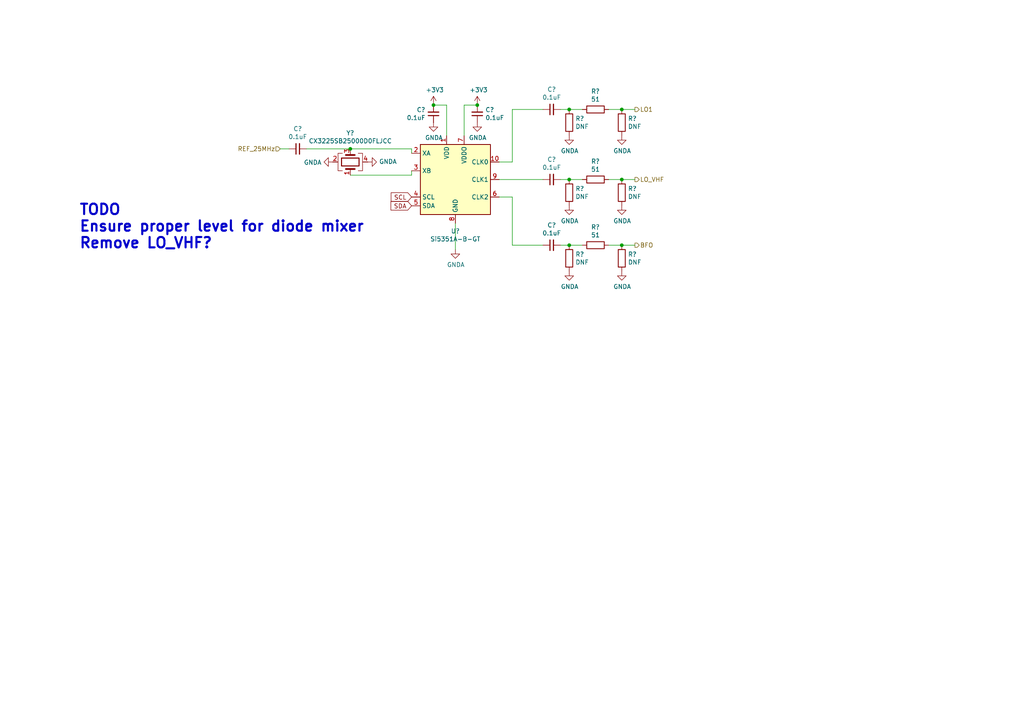
<source format=kicad_sch>
(kicad_sch (version 20211123) (generator eeschema)
  (paper "A4")
  (title_block (title "DART-70 TRX") (date "2023-01-08") (rev "0") (company "HB9EGM") (comment 1 "A 4m Band SSB/CW Transceiver"))
  (lib_symbols
    (symbol "Device:C_Small" (pin_numbers hide) (pin_names (offset 0.254) hide)
      (property "Reference" "C" (at 0.254 1.778 0))
      (property "Value" "C_Small" (at 0.254 -2.032 0))
      (symbol "C_Small_0_1"
        (polyline (pts (xy -1.524 -0.508) (xy 1.524 -0.508)) (stroke (width 0.3302)))
        (polyline (pts (xy -1.524 0.508) (xy 1.524 0.508)) (stroke (width 0.3048)))
      )
      (symbol "C_Small_1_1"
        (pin passive line (at 0 2.54 270) (length 2.032) (name "~") (number "1"))
        (pin passive line (at 0 -2.54 90) (length 2.032) (name "~") (number "2"))
      )
    )
    (symbol "Device:Crystal_GND24" (pin_names (offset 1.016) hide)
      (property "Reference" "Y" (at 3.175 5.08 0))
      (property "Value" "Crystal_GND24" (at 3.175 3.175 0))
      (symbol "Crystal_GND24_0_1"
        (rectangle (start -1.143 2.54) (end 1.143 -2.54) (stroke (width 0.3048)))
        (polyline (pts (xy -2.54 0) (xy -2.032 0)))
        (polyline (pts (xy -2.032 -1.27) (xy -2.032 1.27)) (stroke (width 0.508)))
        (polyline (pts (xy 0 -3.81) (xy 0 -3.556)))
        (polyline (pts (xy 0 3.556) (xy 0 3.81)))
        (polyline (pts (xy 2.032 -1.27) (xy 2.032 1.27)) (stroke (width 0.508)))
        (polyline (pts (xy 2.032 0) (xy 2.54 0)))
        (polyline (pts (xy -2.54 -2.286) (xy -2.54 -3.556) (xy 2.54 -3.556) (xy 2.54 -2.286)))
        (polyline (pts (xy -2.54 2.286) (xy -2.54 3.556) (xy 2.54 3.556) (xy 2.54 2.286)))
      )
      (symbol "Crystal_GND24_1_1"
        (pin passive line (at -3.81 0 0) (length 1.27) (name "1") (number "1"))
        (pin passive line (at 0 5.08 270) (length 1.27) (name "2") (number "2"))
        (pin passive line (at 3.81 0 180) (length 1.27) (name "3") (number "3"))
        (pin passive line (at 0 -5.08 90) (length 1.27) (name "4") (number "4"))
      )
    )
    (symbol "Device:R" (pin_numbers hide) (pin_names (offset 0))
      (property "Reference" "R" (at 2.032 0 90))
      (property "Value" "R" (at 0 0 90))
      (symbol "R_0_1"
        (rectangle (start -1.016 -2.54) (end 1.016 2.54) (stroke (width 0.254)))
      )
      (symbol "R_1_1"
        (pin passive line (at 0 3.81 270) (length 1.27) (name "~") (number "1"))
        (pin passive line (at 0 -3.81 90) (length 1.27) (name "~") (number "2"))
      )
    )
    (symbol "Oscillator:Si5351A-B-GT"
      (property "Reference" "U" (at -8.89 11.43 0))
      (property "Value" "Si5351A-B-GT" (at -12.7 -12.7 0))
      (symbol "Si5351A-B-GT_0_1"
        (rectangle (start -10.16 10.16) (end 10.16 -10.16) (stroke (width 0.254)) (fill (type background)))
      )
      (symbol "Si5351A-B-GT_1_1"
        (pin power_in line (at -2.54 12.7 270) (length 2.54) (name "VDD") (number "1"))
        (pin output line (at 12.7 5.08 180) (length 2.54) (name "CLK0") (number "10"))
        (pin input line (at -12.7 7.62 0) (length 2.54) (name "XA") (number "2"))
        (pin input line (at -12.7 2.54 0) (length 2.54) (name "XB") (number "3"))
        (pin input line (at -12.7 -5.08 0) (length 2.54) (name "SCL") (number "4"))
        (pin bidirectional line (at -12.7 -7.62 0) (length 2.54) (name "SDA") (number "5"))
        (pin output line (at 12.7 -5.08 180) (length 2.54) (name "CLK2") (number "6"))
        (pin power_in line (at 2.54 12.7 270) (length 2.54) (name "VDDO") (number "7"))
        (pin power_in line (at 0 -12.7 90) (length 2.54) (name "GND") (number "8"))
        (pin output line (at 12.7 0 180) (length 2.54) (name "CLK1") (number "9"))
      )
    )
    (symbol "power:+3.3V" (power) (pin_names (offset 0))
      (property "Value" "+3.3V" (at 0 3.556 0))
      (symbol "+3.3V_0_1"
        (polyline (pts (xy -0.762 1.27) (xy 0 2.54)))
        (polyline (pts (xy 0 0) (xy 0 2.54)))
        (polyline (pts (xy 0 2.54) (xy 0.762 1.27)))
      )
      (symbol "+3.3V_1_1"
        (pin power_in line (at 0 0 90) (length 0) hide (name "+3V3") (number "1"))
      )
    )
    (symbol "power:GNDA" (power) (pin_names (offset 0))
      (property "Value" "GNDA" (at 0 -3.81 0))
      (symbol "GNDA_0_1"
        (polyline (pts (xy 0 0) (xy 0 -1.27) (xy 1.27 -1.27) (xy 0 -2.54) (xy -1.27 -1.27) (xy 0 -1.27)))
      )
      (symbol "GNDA_1_1"
        (pin power_in line (at 0 0 270) (length 0) hide (name "GNDA") (number "1"))
      )
    )
  )
  (junction (at 180.34 31.75))
  (junction (at 138.43 30.48))
  (junction (at 101.6 43.18))
  (junction (at 165.1 71.12))
  (junction (at 180.34 52.07))
  (junction (at 180.34 71.12))
  (junction (at 125.73 30.48))
  (junction (at 165.1 52.07))
  (junction (at 165.1 31.75))
  (wire (pts (xy 148.59 46.99) (xy 144.78 46.99)))
  (wire (pts (xy 101.6 50.8) (xy 119.38 50.8)))
  (wire (pts (xy 168.91 31.75) (xy 165.1 31.75)))
  (wire (pts (xy 83.82 43.18) (xy 81.28 43.18)))
  (wire (pts (xy 132.08 64.77) (xy 132.08 72.39)))
  (wire (pts (xy 148.59 57.15) (xy 144.78 57.15)))
  (wire (pts (xy 180.34 31.75) (xy 176.53 31.75)))
  (wire (pts (xy 101.6 43.18) (xy 119.38 43.18)))
  (wire (pts (xy 168.91 52.07) (xy 165.1 52.07)))
  (wire (pts (xy 180.34 52.07) (xy 176.53 52.07)))
  (wire (pts (xy 119.38 50.8) (xy 119.38 49.53)))
  (wire (pts (xy 184.15 31.75) (xy 180.34 31.75)))
  (wire (pts (xy 129.54 30.48) (xy 129.54 39.37)))
  (wire (pts (xy 180.34 71.12) (xy 176.53 71.12)))
  (wire (pts (xy 138.43 30.48) (xy 134.62 30.48)))
  (wire (pts (xy 184.15 71.12) (xy 180.34 71.12)))
  (wire (pts (xy 125.73 30.48) (xy 129.54 30.48)))
  (wire (pts (xy 184.15 52.07) (xy 180.34 52.07)))
  (wire (pts (xy 157.48 71.12) (xy 148.59 71.12)))
  (wire (pts (xy 148.59 71.12) (xy 148.59 57.15)))
  (wire (pts (xy 134.62 30.48) (xy 134.62 39.37)))
  (wire (pts (xy 168.91 71.12) (xy 165.1 71.12)))
  (wire (pts (xy 162.56 71.12) (xy 165.1 71.12)))
  (wire (pts (xy 165.1 52.07) (xy 162.56 52.07)))
  (wire (pts (xy 165.1 31.75) (xy 162.56 31.75)))
  (wire (pts (xy 148.59 31.75) (xy 148.59 46.99)))
  (wire (pts (xy 144.78 52.07) (xy 157.48 52.07)))
  (wire (pts (xy 88.9 43.18) (xy 101.6 43.18)))
  (wire (pts (xy 157.48 31.75) (xy 148.59 31.75)))
  (wire (pts (xy 119.38 43.18) (xy 119.38 44.45)))
  (text "TODO\nEnsure proper level for diode mixer\nRemove LO_VHF?" (at 22.86 72.39 0) (effects (font (size 3 3) (thickness 0.6) bold) (justify left bottom)))
  (global_label "SDA" (shape input) (at 119.38 59.69 180) (property "Intersheet References" "${INTERSHEET_REFS}" (effects hide)))
  (global_label "SCL" (shape input) (at 119.38 57.15 180) (property "Intersheet References" "${INTERSHEET_REFS}" (effects hide)))
  (hierarchical_label "LO_VHF" (shape output) (at 184.15 52.07 0))
  (hierarchical_label "BFO" (shape output) (at 184.15 71.12 0))
  (hierarchical_label "REF_25MHz" (shape input) (at 81.28 43.18 180))
  (hierarchical_label "LO1" (shape output) (at 184.15 31.75 0))
  (symbol (lib_id "Oscillator:Si5351A-B-GT") (at 132.08 52.07 0) (unit 1)
    (property "Reference" "U?" (at 132.08 67.0306 0))
    (property "Value" "Si5351A-B-GT" (at 132.08 69.342 0))
    (property "Footprint" "Package_SO:MSOP-10_3x3mm_P0.5mm" (effects hide))
    (property "Datasheet" "https://www.silabs.com/documents/public/data-sheets/Si5351-B.pdf" (effects hide))
    (property "MPN" "Si5351A-B-GT" (effects hide))
    (property "Need_order" "1" (effects hide))
  )
  (symbol (lib_id "power:GNDA") (at 132.08 72.39 0) (unit 1)
    (property "Reference" "#PWR?" (effects hide))
    (property "Value" "GNDA" (at 132.207 76.7842 0))
  )
  (symbol (lib_id "power:+3.3V") (at 125.73 30.48 0) (unit 1)
    (property "Reference" "#PWR?" (effects hide))
    (property "Value" "+3.3V" (at 126.111 26.0858 0))
  )
  (symbol (lib_id "power:+3.3V") (at 138.43 30.48 0) (unit 1)
    (property "Reference" "#PWR?" (effects hide))
    (property "Value" "+3.3V" (at 138.811 26.0858 0))
  )
  (symbol (lib_id "Device:R") (at 165.1 35.56 0) (unit 1)
    (property "Reference" "R?" (at 166.878 34.3916 0) (effects (justify left)))
    (property "Value" "DNF" (at 166.878 36.703 0) (effects (justify left)))
    (property "Footprint" "Resistor_SMD:R_0603_1608Metric_Pad1.05x0.95mm_HandSolder" (effects hide))
    (property "Need_order" "0" (effects hide))
  )
  (symbol (lib_id "Device:R") (at 172.72 31.75 90) (unit 1)
    (property "Reference" "R?" (at 172.72 26.4922 90))
    (property "Value" "51" (at 172.72 28.8036 90))
    (property "Footprint" "Resistor_SMD:R_0603_1608Metric_Pad1.05x0.95mm_HandSolder" (effects hide))
    (property "Need_order" "0" (effects hide))
  )
  (symbol (lib_id "Device:R") (at 180.34 35.56 0) (unit 1)
    (property "Reference" "R?" (at 182.118 34.3916 0) (effects (justify left)))
    (property "Value" "DNF" (at 182.118 36.703 0) (effects (justify left)))
    (property "Footprint" "Resistor_SMD:R_0603_1608Metric_Pad1.05x0.95mm_HandSolder" (effects hide))
    (property "Need_order" "0" (effects hide))
  )
  (symbol (lib_id "power:GNDA") (at 165.1 39.37 0) (unit 1)
    (property "Reference" "#PWR?" (effects hide))
    (property "Value" "GNDA" (at 165.227 43.7642 0))
  )
  (symbol (lib_id "power:GNDA") (at 180.34 39.37 0) (unit 1)
    (property "Reference" "#PWR?" (effects hide))
    (property "Value" "GNDA" (at 180.467 43.7642 0))
  )
  (symbol (lib_id "Device:Crystal_GND24") (at 101.6 46.99 90) (unit 1)
    (property "Reference" "Y?" (at 101.6 38.5826 90))
    (property "Value" "CX3225SB25000D0FLJCC" (at 101.6 40.894 90))
    (property "Footprint" "picardy:CX3225SB" (effects hide))
    (property "MPN" "CX3225SB25000DFPLCC" (effects hide))
    (property "Need_order" "1" (effects hide))
  )
  (symbol (lib_id "power:GNDA") (at 106.68 46.99 90) (unit 1)
    (property "Reference" "#PWR?" (effects hide))
    (property "Value" "GNDA" (at 109.9312 46.863 90) (effects (justify right)))
  )
  (symbol (lib_id "power:GNDA") (at 96.52 46.99 270) (unit 1)
    (property "Reference" "#PWR?" (effects hide))
    (property "Value" "GNDA" (at 93.2942 47.117 90) (effects (justify right)))
  )
  (symbol (lib_id "Device:C_Small") (at 138.43 33.02 180) (unit 1)
    (property "Reference" "C?" (at 140.7668 31.8516 0) (effects (justify right)))
    (property "Value" "0.1uF" (at 140.7668 34.163 0) (effects (justify right)))
    (property "Footprint" "Capacitor_SMD:C_0603_1608Metric_Pad1.05x0.95mm_HandSolder" (effects hide))
    (property "MPN" "GRM188R71H104KA93D" (effects hide))
    (property "Need_order" "0" (effects hide))
  )
  (symbol (lib_id "Device:C_Small") (at 125.73 33.02 180) (unit 1)
    (property "Reference" "C?" (at 123.4186 31.8516 0) (effects (justify left)))
    (property "Value" "0.1uF" (at 123.4186 34.163 0) (effects (justify left)))
    (property "Footprint" "Capacitor_SMD:C_0603_1608Metric_Pad1.05x0.95mm_HandSolder" (effects hide))
    (property "MPN" "GRM188R71H104KA93D" (effects hide))
    (property "Need_order" "0" (effects hide))
  )
  (symbol (lib_id "power:GNDA") (at 138.43 35.56 0) (unit 1)
    (property "Reference" "#PWR?" (effects hide))
    (property "Value" "GNDA" (at 138.557 39.9542 0))
  )
  (symbol (lib_id "power:GNDA") (at 125.73 35.56 0) (unit 1)
    (property "Reference" "#PWR?" (effects hide))
    (property "Value" "GNDA" (at 125.857 39.9542 0))
  )
  (symbol (lib_id "Device:C_Small") (at 86.36 43.18 90) (unit 1)
    (property "Reference" "C?" (at 86.36 37.3634 90))
    (property "Value" "0.1uF" (at 86.36 39.6748 90))
    (property "Footprint" "Capacitor_SMD:C_0603_1608Metric_Pad1.05x0.95mm_HandSolder" (effects hide))
    (property "MPN" "GRM188R71H104KA93D" (effects hide))
    (property "Need_order" "0" (effects hide))
  )
  (symbol (lib_id "Device:R") (at 165.1 55.88 0) (unit 1)
    (property "Reference" "R?" (at 166.878 54.7116 0) (effects (justify left)))
    (property "Value" "DNF" (at 166.878 57.023 0) (effects (justify left)))
    (property "Footprint" "Resistor_SMD:R_0603_1608Metric_Pad1.05x0.95mm_HandSolder" (effects hide))
    (property "Need_order" "0" (effects hide))
  )
  (symbol (lib_id "Device:R") (at 172.72 52.07 90) (unit 1)
    (property "Reference" "R?" (at 172.72 46.8122 90))
    (property "Value" "51" (at 172.72 49.1236 90))
    (property "Footprint" "Resistor_SMD:R_0603_1608Metric_Pad1.05x0.95mm_HandSolder" (effects hide))
    (property "Need_order" "0" (effects hide))
  )
  (symbol (lib_id "Device:R") (at 180.34 55.88 0) (unit 1)
    (property "Reference" "R?" (at 182.118 54.7116 0) (effects (justify left)))
    (property "Value" "DNF" (at 182.118 57.023 0) (effects (justify left)))
    (property "Footprint" "Resistor_SMD:R_0603_1608Metric_Pad1.05x0.95mm_HandSolder" (effects hide))
    (property "Need_order" "0" (effects hide))
  )
  (symbol (lib_id "power:GNDA") (at 180.34 59.69 0) (unit 1)
    (property "Reference" "#PWR?" (effects hide))
    (property "Value" "GNDA" (at 180.467 64.0842 0))
  )
  (symbol (lib_id "power:GNDA") (at 165.1 59.69 0) (unit 1)
    (property "Reference" "#PWR?" (effects hide))
    (property "Value" "GNDA" (at 165.227 64.0842 0))
  )
  (symbol (lib_id "Device:R") (at 165.1 74.93 0) (unit 1)
    (property "Reference" "R?" (at 166.878 73.7616 0) (effects (justify left)))
    (property "Value" "DNF" (at 166.878 76.073 0) (effects (justify left)))
    (property "Footprint" "Resistor_SMD:R_0603_1608Metric_Pad1.05x0.95mm_HandSolder" (effects hide))
    (property "Need_order" "0" (effects hide))
  )
  (symbol (lib_id "Device:R") (at 172.72 71.12 90) (unit 1)
    (property "Reference" "R?" (at 172.72 65.8622 90))
    (property "Value" "51" (at 172.72 68.1736 90))
    (property "Footprint" "Resistor_SMD:R_0603_1608Metric_Pad1.05x0.95mm_HandSolder" (effects hide))
    (property "Need_order" "0" (effects hide))
  )
  (symbol (lib_id "Device:R") (at 180.34 74.93 0) (unit 1)
    (property "Reference" "R?" (at 182.118 73.7616 0) (effects (justify left)))
    (property "Value" "DNF" (at 182.118 76.073 0) (effects (justify left)))
    (property "Footprint" "Resistor_SMD:R_0603_1608Metric_Pad1.05x0.95mm_HandSolder" (effects hide))
    (property "Need_order" "0" (effects hide))
  )
  (symbol (lib_id "power:GNDA") (at 180.34 78.74 0) (unit 1)
    (property "Reference" "#PWR?" (effects hide))
    (property "Value" "GNDA" (at 180.467 83.1342 0))
  )
  (symbol (lib_id "power:GNDA") (at 165.1 78.74 0) (unit 1)
    (property "Reference" "#PWR?" (effects hide))
    (property "Value" "GNDA" (at 165.227 83.1342 0))
  )
  (symbol (lib_id "Device:C_Small") (at 160.02 31.75 90) (unit 1)
    (property "Reference" "C?" (at 160.02 25.9334 90))
    (property "Value" "0.1uF" (at 160.02 28.2448 90))
    (property "Footprint" "Capacitor_SMD:C_0603_1608Metric_Pad1.05x0.95mm_HandSolder" (effects hide))
    (property "MPN" "GRM188R71H104KA93D" (effects hide))
    (property "Need_order" "0" (effects hide))
  )
  (symbol (lib_id "Device:C_Small") (at 160.02 52.07 90) (unit 1)
    (property "Reference" "C?" (at 160.02 46.2534 90))
    (property "Value" "0.1uF" (at 160.02 48.5648 90))
    (property "Footprint" "Capacitor_SMD:C_0603_1608Metric_Pad1.05x0.95mm_HandSolder" (effects hide))
    (property "MPN" "GRM188R71H104KA93D" (effects hide))
    (property "Need_order" "0" (effects hide))
  )
  (symbol (lib_id "Device:C_Small") (at 160.02 71.12 90) (unit 1)
    (property "Reference" "C?" (at 160.02 65.3034 90))
    (property "Value" "0.1uF" (at 160.02 67.6148 90))
    (property "Footprint" "Capacitor_SMD:C_0603_1608Metric_Pad1.05x0.95mm_HandSolder" (effects hide))
    (property "MPN" "GRM188R71H104KA93D" (effects hide))
    (property "Need_order" "0" (effects hide))
  )
)
</source>
